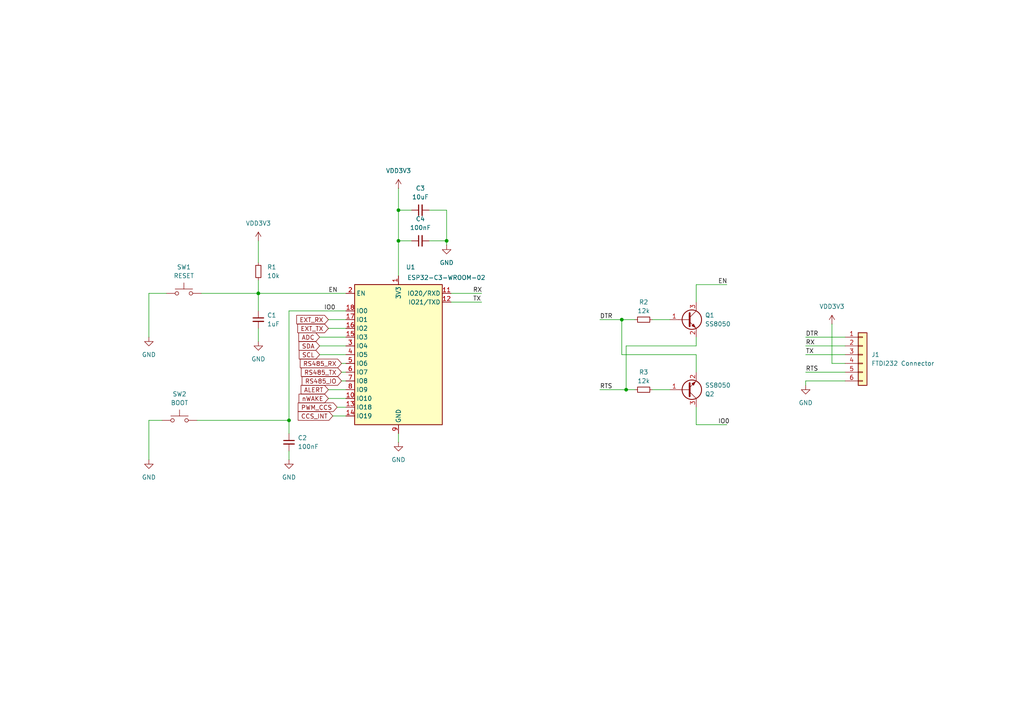
<source format=kicad_sch>
(kicad_sch (version 20250114) (generator "eeschema") (generator_version "9.0")
  (paper "A4")
  (title_block (title "ESP32-Microcontroller") (date "2025-03-16") (comment 3 "Yusuf Karabocek") (comment 4 "Designed by"))
  (lib_symbols
    (symbol "Connector_Generic:Conn_01x06" (pin_names (offset 1.016) (hide yes))
      (property "Reference" "J" (at 0 7.62 0))
      (property "Value" "Conn_01x06" (at 0 -10.16 0))
      (symbol "Conn_01x06_1_1"
        (rectangle (start -1.27 6.35) (end 1.27 -8.89) (stroke (width 0.254)) (fill (type background)))
        (rectangle (start -1.27 5.207) (end 0 4.953) (stroke (width 0.1524)))
        (rectangle (start -1.27 2.667) (end 0 2.413) (stroke (width 0.1524)))
        (rectangle (start -1.27 0.127) (end 0 -0.127) (stroke (width 0.1524)))
        (rectangle (start -1.27 -2.413) (end 0 -2.667) (stroke (width 0.1524)))
        (rectangle (start -1.27 -4.953) (end 0 -5.207) (stroke (width 0.1524)))
        (rectangle (start -1.27 -7.493) (end 0 -7.747) (stroke (width 0.1524)))
        (pin passive line (at -5.08 5.08 0) (length 3.81) (name "Pin_1") (number "1"))
        (pin passive line (at -5.08 2.54 0) (length 3.81) (name "Pin_2") (number "2"))
        (pin passive line (at -5.08 0 0) (length 3.81) (name "Pin_3") (number "3"))
        (pin passive line (at -5.08 -2.54 0) (length 3.81) (name "Pin_4") (number "4"))
        (pin passive line (at -5.08 -5.08 0) (length 3.81) (name "Pin_5") (number "5"))
        (pin passive line (at -5.08 -7.62 0) (length 3.81) (name "Pin_6") (number "6"))
      )
    )
    (symbol "Device:C_Small" (pin_numbers (hide yes)) (pin_names (offset 0.254) (hide yes))
      (property "Reference" "C" (at 0.254 1.778 0))
      (property "Value" "C_Small" (at 0.254 -2.032 0))
      (symbol "C_Small_0_1"
        (polyline (pts (xy -1.524 0.508) (xy 1.524 0.508)) (stroke (width 0.3048)))
        (polyline (pts (xy -1.524 -0.508) (xy 1.524 -0.508)) (stroke (width 0.3302)))
      )
      (symbol "C_Small_1_1"
        (pin passive line (at 0 2.54 270) (length 2.032) (name "~") (number "1"))
        (pin passive line (at 0 -2.54 90) (length 2.032) (name "~") (number "2"))
      )
    )
    (symbol "Device:R_Small" (pin_numbers (hide yes)) (pin_names (offset 0.254) (hide yes))
      (property "Reference" "R" (at 0.762 0.508 0))
      (property "Value" "R_Small" (at 0.762 -1.016 0))
      (symbol "R_Small_0_1"
        (rectangle (start -0.762 1.778) (end 0.762 -1.778) (stroke (width 0.2032)))
      )
      (symbol "R_Small_1_1"
        (pin passive line (at 0 2.54 270) (length 0.762) (name "~") (number "1"))
        (pin passive line (at 0 -2.54 90) (length 0.762) (name "~") (number "2"))
      )
    )
    (symbol "RF_Module:ESP32-C3-WROOM-02"
      (property "Reference" "U" (at -12.192 21.336 0))
      (property "Value" "ESP32-C3-WROOM-02" (at 12.192 21.336 0))
      (symbol "ESP32-C3-WROOM-02_1_1"
        (rectangle (start -12.7 20.32) (end 12.7 -20.32) (stroke (width 0.254)) (fill (type background)))
        (pin input line (at -15.24 17.78 0) (length 2.54) (name "EN") (number "2"))
        (pin bidirectional line (at -15.24 12.7 0) (length 2.54) (name "IO0") (number "18"))
        (pin bidirectional line (at -15.24 10.16 0) (length 2.54) (name "IO1") (number "17"))
        (pin bidirectional line (at -15.24 7.62 0) (length 2.54) (name "IO2") (number "16"))
        (pin bidirectional line (at -15.24 5.08 0) (length 2.54) (name "IO3") (number "15"))
        (pin bidirectional line (at -15.24 2.54 0) (length 2.54) (name "IO4") (number "3"))
        (pin bidirectional line (at -15.24 0 0) (length 2.54) (name "IO5") (number "4"))
        (pin bidirectional line (at -15.24 -2.54 0) (length 2.54) (name "IO6") (number "5"))
        (pin bidirectional line (at -15.24 -5.08 0) (length 2.54) (name "IO7") (number "6"))
        (pin bidirectional line (at -15.24 -7.62 0) (length 2.54) (name "IO8") (number "7"))
        (pin bidirectional line (at -15.24 -10.16 0) (length 2.54) (name "IO9") (number "8"))
        (pin bidirectional line (at -15.24 -12.7 0) (length 2.54) (name "IO10") (number "10"))
        (pin bidirectional line (at -15.24 -15.24 0) (length 2.54) (name "IO18") (number "13"))
        (pin bidirectional line (at -15.24 -17.78 0) (length 2.54) (name "IO19") (number "14"))
        (pin power_in line (at 0 22.86 270) (length 2.54) (name "3V3") (number "1"))
        (pin passive line (at 0 -22.86 90) (length 2.54) (hide yes) (name "GND") (number "19"))
        (pin power_in line (at 0 -22.86 90) (length 2.54) (name "GND") (number "9"))
        (pin bidirectional line (at 15.24 17.78 180) (length 2.54) (name "IO20/RXD") (number "11"))
        (pin bidirectional line (at 15.24 15.24 180) (length 2.54) (name "IO21/TXD") (number "12"))
      )
    )
    (symbol "Switch:SW_Push" (pin_numbers (hide yes)) (pin_names (offset 1.016) (hide yes))
      (property "Reference" "SW" (at 1.27 2.54 0))
      (property "Value" "SW_Push" (at 0 -1.524 0))
      (symbol "SW_Push_0_1"
        (circle (center -2.032 0) (radius 0.508))
        (polyline (pts (xy 0 1.27) (xy 0 3.048)))
        (circle (center 2.032 0) (radius 0.508))
        (polyline (pts (xy 2.54 1.27) (xy -2.54 1.27)))
        (pin passive line (at -5.08 0 0) (length 2.54) (name "1") (number "1"))
        (pin passive line (at 5.08 0 180) (length 2.54) (name "2") (number "2"))
      )
    )
    (symbol "Transistor_BJT:SS8050" (pin_names (offset 0) (hide yes))
      (property "Reference" "Q" (at 5.08 1.905 0))
      (property "Value" "SS8050" (at 5.08 0 0))
      (symbol "SS8050_0_1"
        (polyline (pts (xy -2.54 0) (xy 0.635 0)))
        (polyline (pts (xy 0.635 1.905) (xy 0.635 -1.905)) (stroke (width 0.508)))
        (circle (center 1.27 0) (radius 2.8194) (stroke (width 0.254)))
      )
      (symbol "SS8050_1_1"
        (polyline (pts (xy 0.635 0.635) (xy 2.54 2.54)))
        (polyline (pts (xy 0.635 -0.635) (xy 2.54 -2.54)))
        (polyline (pts (xy 1.27 -1.778) (xy 1.778 -1.27) (xy 2.286 -2.286) (xy 1.27 -1.778)) (fill (type outline)))
        (pin input line (at -5.08 0 0) (length 2.54) (name "B") (number "1"))
        (pin passive line (at 2.54 5.08 270) (length 2.54) (name "C") (number "3"))
        (pin passive line (at 2.54 -5.08 90) (length 2.54) (name "E") (number "2"))
      )
    )
    (symbol "power:GND" (power) (pin_numbers (hide yes)) (pin_names (offset 0) (hide yes))
      (property "Value" "GND" (at 0 -3.81 0))
      (symbol "GND_0_1"
        (polyline (pts (xy 0 0) (xy 0 -1.27) (xy 1.27 -1.27) (xy 0 -2.54) (xy -1.27 -1.27) (xy 0 -1.27)))
      )
      (symbol "GND_1_1"
        (pin power_in line (at 0 0 270) (length 0) (name "~") (number "1"))
      )
    )
    (symbol "power:VCC" (power) (pin_numbers (hide yes)) (pin_names (offset 0) (hide yes))
      (property "Value" "VCC" (at 0 3.556 0))
      (symbol "VCC_0_1"
        (polyline (pts (xy -0.762 1.27) (xy 0 2.54)))
        (polyline (pts (xy 0 2.54) (xy 0.762 1.27)))
        (polyline (pts (xy 0 0) (xy 0 2.54)))
      )
      (symbol "VCC_1_1"
        (pin power_in line (at 0 0 90) (length 0) (name "~") (number "1"))
      )
    )
  )
  (junction (at 129.54 69.85))
  (junction (at 115.57 60.96))
  (junction (at 180.34 92.71))
  (junction (at 74.93 85.09))
  (junction (at 181.61 113.03))
  (junction (at 115.57 69.85))
  (junction (at 83.82 121.92))
  (wire (pts (xy 58.42 85.09) (xy 74.93 85.09)))
  (wire (pts (xy 130.81 87.63) (xy 139.7 87.63)))
  (wire (pts (xy 129.54 71.12) (xy 129.54 69.85)))
  (wire (pts (xy 201.93 100.33) (xy 181.61 100.33)))
  (wire (pts (xy 201.93 87.63) (xy 201.93 82.55)))
  (wire (pts (xy 83.82 130.81) (xy 83.82 133.35)))
  (wire (pts (xy 233.68 110.49) (xy 233.68 111.76)))
  (wire (pts (xy 99.06 107.95) (xy 100.33 107.95)))
  (wire (pts (xy 96.52 120.65) (xy 100.33 120.65)))
  (wire (pts (xy 130.81 85.09) (xy 139.7 85.09)))
  (wire (pts (xy 173.99 92.71) (xy 180.34 92.71)))
  (wire (pts (xy 115.57 54.61) (xy 115.57 60.96)))
  (wire (pts (xy 201.93 118.11) (xy 201.93 123.19)))
  (wire (pts (xy 181.61 113.03) (xy 184.15 113.03)))
  (wire (pts (xy 241.3 105.41) (xy 241.3 93.98)))
  (wire (pts (xy 115.57 60.96) (xy 115.57 69.85)))
  (wire (pts (xy 74.93 85.09) (xy 100.33 85.09)))
  (wire (pts (xy 115.57 69.85) (xy 115.57 80.01)))
  (wire (pts (xy 201.93 123.19) (xy 210.82 123.19)))
  (wire (pts (xy 119.38 60.96) (xy 115.57 60.96)))
  (wire (pts (xy 46.99 121.92) (xy 43.18 121.92)))
  (wire (pts (xy 99.06 110.49) (xy 100.33 110.49)))
  (wire (pts (xy 233.68 102.87) (xy 245.11 102.87)))
  (wire (pts (xy 43.18 85.09) (xy 43.18 97.79)))
  (wire (pts (xy 245.11 105.41) (xy 241.3 105.41)))
  (wire (pts (xy 83.82 90.17) (xy 83.82 121.92)))
  (wire (pts (xy 233.68 97.79) (xy 245.11 97.79)))
  (wire (pts (xy 115.57 69.85) (xy 119.38 69.85)))
  (wire (pts (xy 92.71 102.87) (xy 100.33 102.87)))
  (wire (pts (xy 57.15 121.92) (xy 83.82 121.92)))
  (wire (pts (xy 95.25 115.57) (xy 100.33 115.57)))
  (wire (pts (xy 74.93 99.06) (xy 74.93 95.25)))
  (wire (pts (xy 173.99 113.03) (xy 181.61 113.03)))
  (wire (pts (xy 99.06 105.41) (xy 100.33 105.41)))
  (wire (pts (xy 74.93 85.09) (xy 74.93 90.17)))
  (wire (pts (xy 189.23 92.71) (xy 194.31 92.71)))
  (wire (pts (xy 97.79 118.11) (xy 100.33 118.11)))
  (wire (pts (xy 189.23 113.03) (xy 194.31 113.03)))
  (wire (pts (xy 180.34 102.87) (xy 180.34 92.71)))
  (wire (pts (xy 74.93 85.09) (xy 74.93 81.28)))
  (wire (pts (xy 124.46 69.85) (xy 129.54 69.85)))
  (wire (pts (xy 95.25 92.71) (xy 100.33 92.71)))
  (wire (pts (xy 233.68 100.33) (xy 245.11 100.33)))
  (wire (pts (xy 201.93 97.79) (xy 201.93 100.33)))
  (wire (pts (xy 48.26 85.09) (xy 43.18 85.09)))
  (wire (pts (xy 201.93 102.87) (xy 180.34 102.87)))
  (wire (pts (xy 43.18 121.92) (xy 43.18 133.35)))
  (wire (pts (xy 201.93 107.95) (xy 201.93 102.87)))
  (wire (pts (xy 129.54 60.96) (xy 129.54 69.85)))
  (wire (pts (xy 201.93 82.55) (xy 210.82 82.55)))
  (wire (pts (xy 233.68 107.95) (xy 245.11 107.95)))
  (wire (pts (xy 83.82 121.92) (xy 83.82 125.73)))
  (wire (pts (xy 95.25 95.25) (xy 100.33 95.25)))
  (wire (pts (xy 124.46 60.96) (xy 129.54 60.96)))
  (wire (pts (xy 95.25 113.03) (xy 100.33 113.03)))
  (wire (pts (xy 180.34 92.71) (xy 184.15 92.71)))
  (wire (pts (xy 115.57 125.73) (xy 115.57 128.27)))
  (wire (pts (xy 83.82 90.17) (xy 100.33 90.17)))
  (wire (pts (xy 92.71 100.33) (xy 100.33 100.33)))
  (wire (pts (xy 74.93 69.85) (xy 74.93 76.2)))
  (wire (pts (xy 92.71 97.79) (xy 100.33 97.79)))
  (wire (pts (xy 181.61 100.33) (xy 181.61 113.03)))
  (wire (pts (xy 245.11 110.49) (xy 233.68 110.49)))
  (label "IO0" (at 93.98 90.17 0))
  (label "RX" (at 137.16 85.09 0))
  (label "RTS" (at 173.99 113.03 0))
  (label "EN" (at 208.28 82.55 0))
  (label "DTR" (at 233.68 97.79 0))
  (label "IO0" (at 208.28 123.19 0))
  (label "EN" (at 95.25 85.09 0))
  (label "TX" (at 233.68 102.87 0))
  (label "RX" (at 233.68 100.33 0))
  (label "TX" (at 137.16 87.63 0))
  (label "DTR" (at 173.99 92.71 0))
  (label "RTS" (at 233.68 107.95 0))
  (global_label "RS485_IO" (shape input) (at 99.06 110.49 180) (property "Intersheetrefs" "${INTERSHEET_REFS}" (effects (hide yes))))
  (global_label "SCL" (shape input) (at 92.71 102.87 180) (property "Intersheetrefs" "${INTERSHEET_REFS}" (effects (hide yes))))
  (global_label "EXT_RX" (shape input) (at 95.25 92.71 180) (effects (font (thickness 0.1588))) (property "Intersheetrefs" "${INTERSHEET_REFS}" (effects (hide yes))))
  (global_label "SDA" (shape input) (at 92.71 100.33 180) (property "Intersheetrefs" "${INTERSHEET_REFS}" (effects (hide yes))))
  (global_label "ADC" (shape input) (at 92.71 97.79 180) (property "Intersheetrefs" "${INTERSHEET_REFS}" (effects (hide yes))))
  (global_label "PWM_CCS" (shape input) (at 97.79 118.11 180) (property "Intersheetrefs" "${INTERSHEET_REFS}" (effects (hide yes))))
  (global_label "RS485_RX" (shape input) (at 99.06 105.41 180) (property "Intersheetrefs" "${INTERSHEET_REFS}" (effects (hide yes))))
  (global_label "nWAKE" (shape input) (at 95.25 115.57 180) (property "Intersheetrefs" "${INTERSHEET_REFS}" (effects (hide yes))))
  (global_label "CCS_INT" (shape input) (at 96.52 120.65 180) (property "Intersheetrefs" "${INTERSHEET_REFS}" (effects (hide yes))))
  (global_label "ALERT" (shape input) (at 95.25 113.03 180) (property "Intersheetrefs" "${INTERSHEET_REFS}" (effects (hide yes))))
  (global_label "EXT_TX" (shape input) (at 95.25 95.25 180) (effects (font (thickness 0.1588))) (property "Intersheetrefs" "${INTERSHEET_REFS}" (effects (hide yes))))
  (global_label "RS485_TX" (shape input) (at 99.06 107.95 180) (property "Intersheetrefs" "${INTERSHEET_REFS}" (effects (hide yes))))
  (symbol (lib_id "power:GND") (at 43.18 133.35 0) (unit 1)
    (property "Reference" "#PWR02" (effects (hide yes)))
    (property "Value" "GND" (at 43.18 138.43 0))
    (property "Description" "Power symbol creates a global label with name \"GND\" , ground" (effects (hide yes)))
  )
  (symbol (lib_id "Device:C_Small") (at 83.82 128.27 0) (unit 1)
    (property "Reference" "C2" (at 86.36 127.0062 0) (effects (justify left)))
    (property "Value" "100nF" (at 86.36 129.5462 0) (effects (justify left)))
    (property "Footprint" "Capacitor_SMD:C_0603_1608Metric" (effects (hide yes)))
    (property "Description" "Unpolarized capacitor, small symbol" (effects (hide yes)))
  )
  (symbol (lib_id "Device:C_Small") (at 121.92 60.96 90) (unit 1)
    (property "Reference" "C3" (at 121.9263 54.61 90))
    (property "Value" "10uF" (at 121.9263 57.15 90))
    (property "Footprint" "Capacitor_SMD:C_0603_1608Metric" (effects (hide yes)))
    (property "Description" "Unpolarized capacitor, small symbol" (effects (hide yes)))
  )
  (symbol (lib_id "Device:R_Small") (at 186.69 113.03 90) (unit 1)
    (property "Reference" "R3" (at 186.69 107.95 90))
    (property "Value" "12k" (at 186.69 110.49 90))
    (property "Footprint" "Resistor_SMD:R_0603_1608Metric" (effects (hide yes)))
    (property "Description" "Resistor, small symbol" (effects (hide yes)))
  )
  (symbol (lib_id "power:GND") (at 43.18 97.79 0) (unit 1)
    (property "Reference" "#PWR01" (effects (hide yes)))
    (property "Value" "GND" (at 43.18 102.87 0))
    (property "Description" "Power symbol creates a global label with name \"GND\" , ground" (effects (hide yes)))
  )
  (symbol (lib_id "power:GND") (at 233.68 111.76 0) (unit 1)
    (property "Reference" "#PWR09" (effects (hide yes)))
    (property "Value" "GND" (at 233.68 116.84 0))
    (property "Description" "Power symbol creates a global label with name \"GND\" , ground" (effects (hide yes)))
  )
  (symbol (lib_id "power:VCC") (at 115.57 54.61 0) (unit 1)
    (property "Reference" "#PWR06" (effects (hide yes)))
    (property "Value" "VDD3V3" (at 115.57 49.53 0))
    (property "Description" "Power symbol creates a global label with name \"VCC\"" (effects (hide yes)))
  )
  (symbol (lib_id "power:GND") (at 83.82 133.35 0) (unit 1)
    (property "Reference" "#PWR05" (effects (hide yes)))
    (property "Value" "GND" (at 83.82 138.43 0))
    (property "Description" "Power symbol creates a global label with name \"GND\" , ground" (effects (hide yes)))
  )
  (symbol (lib_id "Switch:SW_Push") (at 52.07 121.92 0) (unit 1)
    (property "Reference" "SW2" (at 52.07 114.3 0))
    (property "Value" "BOOT" (at 52.07 116.84 0))
    (property "Footprint" "Button_Switch_SMD:SW_Tactile_SPST_NO_Straight_CK_PTS636Sx25SMTRLFS" (effects (hide yes)))
    (property "Description" "Push button switch, generic, two pins" (effects (hide yes)))
  )
  (symbol (lib_id "Transistor_BJT:SS8050") (at 199.39 113.03 0) (mirror x) (unit 1)
    (property "Reference" "Q2" (at 204.47 114.3001 0) (effects (justify left)))
    (property "Value" "SS8050" (at 204.47 111.7601 0) (effects (justify left)))
    (property "Footprint" "Package_TO_SOT_SMD:SOT-23" (effects (hide yes)))
    (property "Datasheet" "http://www.secosgmbh.com/datasheet/products/SSMPTransistor/SOT-23/SS8050.pdf" (effects (hide yes)))
    (property "Description" "General Purpose NPN Transistor, 1.5A Ic, 25V Vce, SOT-23" (effects (hide yes)))
  )
  (symbol (lib_id "power:GND") (at 129.54 71.12 0) (unit 1)
    (property "Reference" "#PWR08" (effects (hide yes)))
    (property "Value" "GND" (at 129.54 76.2 0))
    (property "Description" "Power symbol creates a global label with name \"GND\" , ground" (effects (hide yes)))
  )
  (symbol (lib_id "Device:R_Small") (at 186.69 92.71 90) (unit 1)
    (property "Reference" "R2" (at 186.69 87.63 90))
    (property "Value" "12k" (at 186.69 90.17 90))
    (property "Footprint" "Resistor_SMD:R_0603_1608Metric" (effects (hide yes)))
    (property "Description" "Resistor, small symbol" (effects (hide yes)))
  )
  (symbol (lib_id "Device:C_Small") (at 74.93 92.71 0) (unit 1)
    (property "Reference" "C1" (at 77.47 91.4462 0) (effects (justify left)))
    (property "Value" "1uF" (at 77.47 93.9862 0) (effects (justify left)))
    (property "Footprint" "Capacitor_SMD:C_0603_1608Metric" (effects (hide yes)))
    (property "Description" "Unpolarized capacitor, small symbol" (effects (hide yes)))
  )
  (symbol (lib_id "power:VCC") (at 241.3 93.98 0) (unit 1)
    (property "Reference" "#PWR010" (effects (hide yes)))
    (property "Value" "VDD3V3" (at 241.3 88.9 0))
    (property "Description" "Power symbol creates a global label with name \"VCC\"" (effects (hide yes)))
  )
  (symbol (lib_id "power:GND") (at 115.57 128.27 0) (unit 1)
    (property "Reference" "#PWR07" (effects (hide yes)))
    (property "Value" "GND" (at 115.57 133.35 0))
    (property "Description" "Power symbol creates a global label with name \"GND\" , ground" (effects (hide yes)))
  )
  (symbol (lib_id "Device:C_Small") (at 121.92 69.85 90) (unit 1)
    (property "Reference" "C4" (at 121.9263 63.5 90))
    (property "Value" "100nF" (at 121.9263 66.04 90))
    (property "Footprint" "Capacitor_SMD:C_0603_1608Metric" (effects (hide yes)))
    (property "Description" "Unpolarized capacitor, small symbol" (effects (hide yes)))
  )
  (symbol (lib_id "Connector_Generic:Conn_01x06") (at 250.19 102.87 0) (unit 1)
    (property "Reference" "J1" (at 252.73 102.8699 0) (effects (justify left)))
    (property "Value" "FTDI232 Connector" (at 252.73 105.4099 0) (effects (justify left)))
    (property "Footprint" "Connector_PinHeader_2.54mm:PinHeader_1x06_P2.54mm_Horizontal" (effects (hide yes)))
    (property "Description" "Generic connector, single row, 01x06, script generated (kicad-library-utils/schlib/autogen/connector/)" (effects (hide yes)))
  )
  (symbol (lib_id "Transistor_BJT:SS8050") (at 199.39 92.71 0) (unit 1)
    (property "Reference" "Q1" (at 204.47 91.4399 0) (effects (justify left)))
    (property "Value" "SS8050" (at 204.47 93.9799 0) (effects (justify left)))
    (property "Footprint" "Package_TO_SOT_SMD:SOT-23" (effects (hide yes)))
    (property "Datasheet" "http://www.secosgmbh.com/datasheet/products/SSMPTransistor/SOT-23/SS8050.pdf" (effects (hide yes)))
    (property "Description" "General Purpose NPN Transistor, 1.5A Ic, 25V Vce, SOT-23" (effects (hide yes)))
  )
  (symbol (lib_id "Device:R_Small") (at 74.93 78.74 0) (unit 1)
    (property "Reference" "R1" (at 77.47 77.4699 0) (effects (justify left)))
    (property "Value" "10k" (at 77.47 80.0099 0) (effects (justify left)))
    (property "Footprint" "Resistor_SMD:R_0603_1608Metric" (effects (hide yes)))
    (property "Description" "Resistor, small symbol" (effects (hide yes)))
  )
  (symbol (lib_id "power:GND") (at 74.93 99.06 0) (unit 1)
    (property "Reference" "#PWR04" (effects (hide yes)))
    (property "Value" "GND" (at 74.93 104.14 0))
    (property "Description" "Power symbol creates a global label with name \"GND\" , ground" (effects (hide yes)))
  )
  (symbol (lib_id "power:VCC") (at 74.93 69.85 0) (unit 1)
    (property "Reference" "#PWR03" (effects (hide yes)))
    (property "Value" "VDD3V3" (at 74.93 64.77 0))
    (property "Description" "Power symbol creates a global label with name \"VCC\"" (effects (hide yes)))
  )
  (symbol (lib_id "RF_Module:ESP32-C3-WROOM-02") (at 115.57 102.87 0) (unit 1)
    (property "Reference" "U1" (at 117.7133 77.47 0) (effects (justify left)))
    (property "Value" "ESP32-C3-WROOM-02" (at 118.11 80.518 0) (effects (justify left)))
    (property "Footprint" "RF_Module:ESP32-C3-WROOM-02" (effects (hide yes)))
    (property "Datasheet" "https://www.espressif.com/sites/default/files/documentation/esp32-c3-wroom-02_datasheet_en.pdf" (effects (hide yes)))
    (property "Description" "802.11 b/g/n Wi­Fi and Bluetooth 5 module, ESP32­C3 SoC, RISC­V microprocessor, On-board antenna" (effects (hide yes)))
  )
  (symbol (lib_id "Switch:SW_Push") (at 53.34 85.09 0) (unit 1)
    (property "Reference" "SW1" (at 53.34 77.47 0))
    (property "Value" "RESET" (at 53.34 80.01 0))
    (property "Footprint" "Button_Switch_SMD:SW_Tactile_SPST_NO_Straight_CK_PTS636Sx25SMTRLFS" (effects (hide yes)))
    (property "Description" "Push button switch, generic, two pins" (effects (hide yes)))
  )
)
</source>
